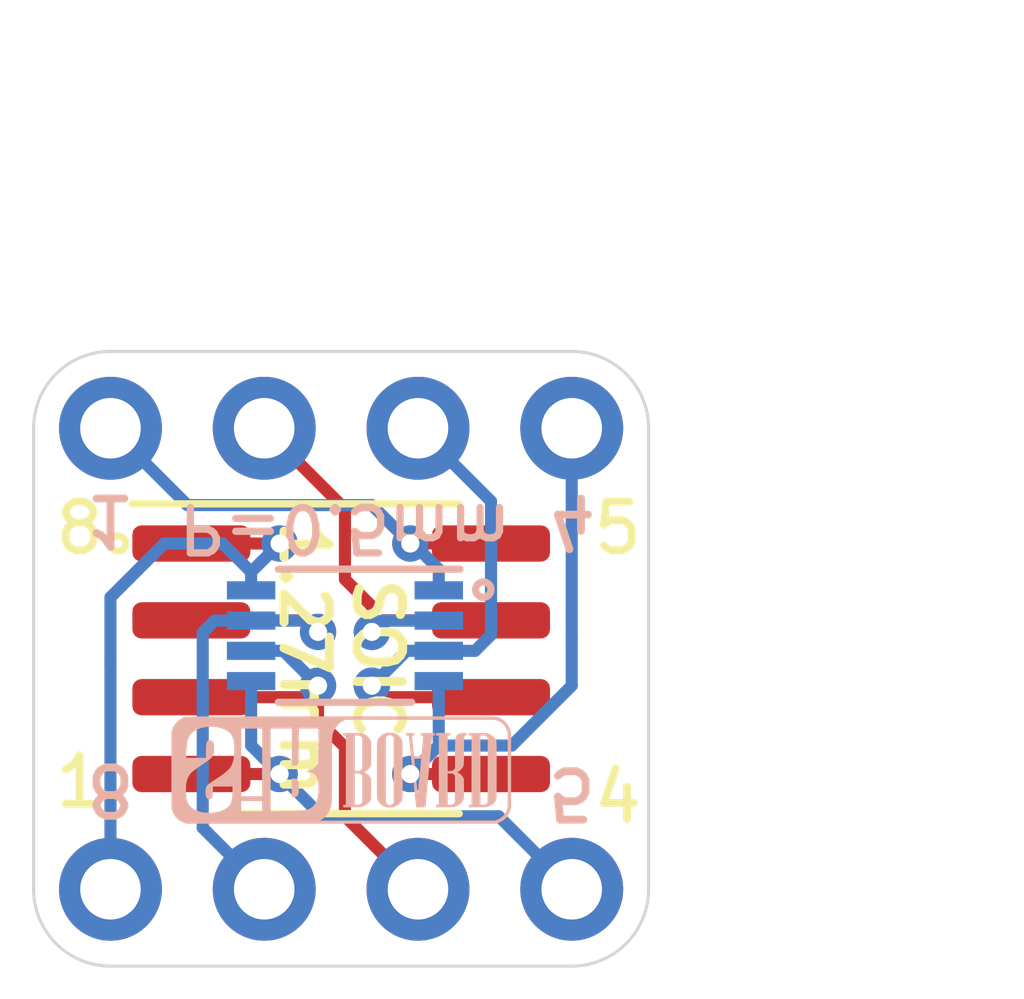
<source format=kicad_pcb>
(kicad_pcb (version 20171130) (host pcbnew "(5.1.2)-2")

  (general
    (thickness 1.6)
    (drawings 24)
    (tracks 71)
    (zones 0)
    (modules 5)
    (nets 9)
  )

  (page User 132.004 102.006)
  (title_block
    (title "SOIC8 To DIP8 Breakout Board")
    (date 2020-02-13)
    (rev 2)
    (company SirBoard)
    (comment 1 "SOIC8 P = 1.27mm")
    (comment 2 "VSSOP8 P = 0.5mm")
    (comment 3 "DIP8 P = 2.54mm")
  )

  (layers
    (0 F.Cu signal)
    (31 B.Cu signal)
    (32 B.Adhes user hide)
    (33 F.Adhes user hide)
    (34 B.Paste user hide)
    (35 F.Paste user hide)
    (36 B.SilkS user)
    (37 F.SilkS user)
    (38 B.Mask user hide)
    (39 F.Mask user hide)
    (40 Dwgs.User user)
    (41 Cmts.User user hide)
    (42 Eco1.User user hide)
    (43 Eco2.User user hide)
    (44 Edge.Cuts user)
    (45 Margin user hide)
    (46 B.CrtYd user hide)
    (47 F.CrtYd user hide)
    (48 B.Fab user hide)
    (49 F.Fab user hide)
  )

  (setup
    (last_trace_width 0.127)
    (user_trace_width 0.15)
    (user_trace_width 0.2)
    (user_trace_width 0.25)
    (user_trace_width 0.3)
    (trace_clearance 0.127)
    (zone_clearance 0.508)
    (zone_45_only no)
    (trace_min 0.127)
    (via_size 0.6)
    (via_drill 0.3)
    (via_min_size 0.4)
    (via_min_drill 0.3)
    (uvia_size 0.4)
    (uvia_drill 0.2)
    (uvias_allowed no)
    (uvia_min_size 0.2)
    (uvia_min_drill 0.1)
    (edge_width 0.05)
    (segment_width 0.2)
    (pcb_text_width 0.3)
    (pcb_text_size 1.5 1.5)
    (mod_edge_width 0.12)
    (mod_text_size 1 1)
    (mod_text_width 0.15)
    (pad_size 1.7 1.7)
    (pad_drill 1)
    (pad_to_mask_clearance 0)
    (solder_mask_min_width 0.1)
    (aux_axis_origin 0 0)
    (visible_elements 7FFFFFFF)
    (pcbplotparams
      (layerselection 0x010f0_ffffffff)
      (usegerberextensions false)
      (usegerberattributes false)
      (usegerberadvancedattributes false)
      (creategerberjobfile false)
      (excludeedgelayer true)
      (linewidth 0.100000)
      (plotframeref false)
      (viasonmask false)
      (mode 1)
      (useauxorigin true)
      (hpglpennumber 1)
      (hpglpenspeed 20)
      (hpglpendiameter 15.000000)
      (psnegative false)
      (psa4output false)
      (plotreference true)
      (plotvalue false)
      (plotinvisibletext false)
      (padsonsilk false)
      (subtractmaskfromsilk false)
      (outputformat 1)
      (mirror false)
      (drillshape 0)
      (scaleselection 1)
      (outputdirectory "../../../Gerbers/SOIC8/"))
  )

  (net 0 "")
  (net 1 "Net-(J1-Pad4)")
  (net 2 "Net-(J1-Pad3)")
  (net 3 "Net-(J1-Pad2)")
  (net 4 "Net-(J1-Pad1)")
  (net 5 "Net-(J2-Pad4)")
  (net 6 "Net-(J2-Pad3)")
  (net 7 "Net-(J2-Pad2)")
  (net 8 "Net-(J2-Pad1)")

  (net_class Default "This is the default net class."
    (clearance 0.127)
    (trace_width 0.127)
    (via_dia 0.6)
    (via_drill 0.3)
    (uvia_dia 0.4)
    (uvia_drill 0.2)
    (diff_pair_width 0.2)
    (diff_pair_gap 0.2)
    (add_net "Net-(J1-Pad1)")
    (add_net "Net-(J1-Pad2)")
    (add_net "Net-(J1-Pad3)")
    (add_net "Net-(J1-Pad4)")
    (add_net "Net-(J2-Pad1)")
    (add_net "Net-(J2-Pad2)")
    (add_net "Net-(J2-Pad3)")
    (add_net "Net-(J2-Pad4)")
  )

  (module Package_SO:VSSOP-8_2.3x2mm_P0.5mm (layer B.Cu) (tedit 5A02F25C) (tstamp 5E451D3D)
    (at 65.0875 32.639 180)
    (descr "VSSOP-8 2.3x2mm Pitch 0.5mm")
    (tags "VSSOP-8 2.3x2mm Pitch 0.5mm")
    (path /5E452362)
    (attr smd)
    (fp_text reference J4 (at 0 0.0635 180) (layer B.SilkS) hide
      (effects (font (size 1 1) (thickness 0.15)) (justify mirror))
    )
    (fp_text value VSSOP8 (at 0 -2.2 180) (layer B.Fab)
      (effects (font (size 1 1) (thickness 0.15)) (justify mirror))
    )
    (fp_text user %R (at 0 0 180) (layer B.Fab)
      (effects (font (size 0.5 0.5) (thickness 0.1)) (justify mirror))
    )
    (fp_line (start 1.15 1) (end 1.15 -1) (layer B.Fab) (width 0.1))
    (fp_line (start 1.15 -1) (end -1.15 -1) (layer B.Fab) (width 0.1))
    (fp_line (start -1.15 -1) (end -1.15 0.45) (layer B.Fab) (width 0.1))
    (fp_line (start -0.6 1) (end 1.15 1) (layer B.Fab) (width 0.1))
    (fp_line (start -0.6 1) (end -1.15 0.45) (layer B.Fab) (width 0.1))
    (fp_line (start 1.1 1.1) (end -1.9 1.1) (layer B.SilkS) (width 0.12))
    (fp_line (start 1.1 -1.1) (end -1.1 -1.1) (layer B.SilkS) (width 0.12))
    (fp_line (start 2.25 1.25) (end 2.25 -1.25) (layer B.CrtYd) (width 0.05))
    (fp_line (start 2.25 -1.25) (end -2.25 -1.25) (layer B.CrtYd) (width 0.05))
    (fp_line (start -2.25 -1.25) (end -2.25 1.25) (layer B.CrtYd) (width 0.05))
    (fp_line (start -2.25 1.25) (end 2.25 1.25) (layer B.CrtYd) (width 0.05))
    (pad 8 smd rect (at 1.55 0.75 270) (size 0.3 0.8) (layers B.Cu B.Paste B.Mask)
      (net 8 "Net-(J2-Pad1)"))
    (pad 7 smd rect (at 1.55 0.25 270) (size 0.3 0.8) (layers B.Cu B.Paste B.Mask)
      (net 7 "Net-(J2-Pad2)"))
    (pad 6 smd rect (at 1.55 -0.25 270) (size 0.3 0.8) (layers B.Cu B.Paste B.Mask)
      (net 6 "Net-(J2-Pad3)"))
    (pad 5 smd rect (at 1.55 -0.75 270) (size 0.3 0.8) (layers B.Cu B.Paste B.Mask)
      (net 5 "Net-(J2-Pad4)"))
    (pad 4 smd rect (at -1.55 -0.75 270) (size 0.3 0.8) (layers B.Cu B.Paste B.Mask)
      (net 1 "Net-(J1-Pad4)"))
    (pad 3 smd rect (at -1.55 -0.25 270) (size 0.3 0.8) (layers B.Cu B.Paste B.Mask)
      (net 2 "Net-(J1-Pad3)"))
    (pad 2 smd rect (at -1.55 0.25 270) (size 0.3 0.8) (layers B.Cu B.Paste B.Mask)
      (net 3 "Net-(J1-Pad2)"))
    (pad 1 smd rect (at -1.55 0.75 270) (size 0.3 0.8) (layers B.Cu B.Paste B.Mask)
      (net 4 "Net-(J1-Pad1)"))
    (model ${KISYS3DMOD}/Package_SO.3dshapes/VSSOP-8_2.3x2mm_P0.5mm.wrl
      (at (xyz 0 0 0))
      (scale (xyz 1 1 1))
      (rotate (xyz 0 0 0))
    )
  )

  (module Package_SO:SOIC-8_3.9x4.9mm_P1.27mm (layer F.Cu) (tedit 5C97300E) (tstamp 5E451D25)
    (at 65.0255 33.02)
    (descr "SOIC, 8 Pin (JEDEC MS-012AA, https://www.analog.com/media/en/package-pcb-resources/package/pkg_pdf/soic_narrow-r/r_8.pdf), generated with kicad-footprint-generator ipc_gullwing_generator.py")
    (tags "SOIC SO")
    (path /5E452B4C)
    (attr smd)
    (fp_text reference J3 (at 0 0) (layer F.SilkS) hide
      (effects (font (size 1 1) (thickness 0.15)))
    )
    (fp_text value SOIC8 (at 0 3.4) (layer F.Fab)
      (effects (font (size 1 1) (thickness 0.15)))
    )
    (fp_text user %R (at 0 0) (layer F.Fab)
      (effects (font (size 0.98 0.98) (thickness 0.15)))
    )
    (fp_line (start 3.7 -2.7) (end -3.7 -2.7) (layer F.CrtYd) (width 0.05))
    (fp_line (start 3.7 2.7) (end 3.7 -2.7) (layer F.CrtYd) (width 0.05))
    (fp_line (start -3.7 2.7) (end 3.7 2.7) (layer F.CrtYd) (width 0.05))
    (fp_line (start -3.7 -2.7) (end -3.7 2.7) (layer F.CrtYd) (width 0.05))
    (fp_line (start -1.95 -1.475) (end -0.975 -2.45) (layer F.Fab) (width 0.1))
    (fp_line (start -1.95 2.45) (end -1.95 -1.475) (layer F.Fab) (width 0.1))
    (fp_line (start 1.95 2.45) (end -1.95 2.45) (layer F.Fab) (width 0.1))
    (fp_line (start 1.95 -2.45) (end 1.95 2.45) (layer F.Fab) (width 0.1))
    (fp_line (start -0.975 -2.45) (end 1.95 -2.45) (layer F.Fab) (width 0.1))
    (fp_line (start 0 -2.56) (end -3.45 -2.56) (layer F.SilkS) (width 0.12))
    (fp_line (start 0 -2.56) (end 1.95 -2.56) (layer F.SilkS) (width 0.12))
    (fp_line (start 0 2.56) (end -1.95 2.56) (layer F.SilkS) (width 0.12))
    (fp_line (start 0 2.56) (end 1.95 2.56) (layer F.SilkS) (width 0.12))
    (pad 8 smd roundrect (at 2.475 -1.905) (size 1.95 0.6) (layers F.Cu F.Paste F.Mask) (roundrect_rratio 0.25)
      (net 4 "Net-(J1-Pad1)"))
    (pad 7 smd roundrect (at 2.475 -0.635) (size 1.95 0.6) (layers F.Cu F.Paste F.Mask) (roundrect_rratio 0.25)
      (net 3 "Net-(J1-Pad2)"))
    (pad 6 smd roundrect (at 2.475 0.635) (size 1.95 0.6) (layers F.Cu F.Paste F.Mask) (roundrect_rratio 0.25)
      (net 2 "Net-(J1-Pad3)"))
    (pad 5 smd roundrect (at 2.475 1.905) (size 1.95 0.6) (layers F.Cu F.Paste F.Mask) (roundrect_rratio 0.25)
      (net 1 "Net-(J1-Pad4)"))
    (pad 4 smd roundrect (at -2.475 1.905) (size 1.95 0.6) (layers F.Cu F.Paste F.Mask) (roundrect_rratio 0.25)
      (net 5 "Net-(J2-Pad4)"))
    (pad 3 smd roundrect (at -2.475 0.635) (size 1.95 0.6) (layers F.Cu F.Paste F.Mask) (roundrect_rratio 0.25)
      (net 6 "Net-(J2-Pad3)"))
    (pad 2 smd roundrect (at -2.475 -0.635) (size 1.95 0.6) (layers F.Cu F.Paste F.Mask) (roundrect_rratio 0.25)
      (net 7 "Net-(J2-Pad2)"))
    (pad 1 smd roundrect (at -2.475 -1.905) (size 1.95 0.6) (layers F.Cu F.Paste F.Mask) (roundrect_rratio 0.25)
      (net 8 "Net-(J2-Pad1)"))
    (model ${KISYS3DMOD}/Package_SO.3dshapes/SOIC-8_3.9x4.9mm_P1.27mm.wrl
      (at (xyz 0 0 0))
      (scale (xyz 1 1 1))
      (rotate (xyz 0 0 0))
    )
  )

  (module logo:SirBoard56x18 (layer B.Cu) (tedit 0) (tstamp 5D267E8A)
    (at 65.024 34.8615)
    (fp_text reference G*** (at 0 0) (layer B.SilkS) hide
      (effects (font (size 1.524 1.524) (thickness 0.3)) (justify mirror))
    )
    (fp_text value LOGO (at 0.75 0) (layer B.SilkS) hide
      (effects (font (size 1.524 1.524) (thickness 0.3)) (justify mirror))
    )
    (fp_poly (pts (xy -0.762781 0.440148) (xy -0.740795 0.432568) (xy -0.723992 0.419992) (xy -0.712448 0.402466)
      (xy -0.709179 0.393616) (xy -0.707478 0.384069) (xy -0.706085 0.368637) (xy -0.70501 0.348686)
      (xy -0.704265 0.325582) (xy -0.703859 0.300691) (xy -0.703805 0.275378) (xy -0.704111 0.251011)
      (xy -0.704791 0.228954) (xy -0.705854 0.210574) (xy -0.707311 0.197237) (xy -0.707606 0.195531)
      (xy -0.713474 0.175894) (xy -0.723189 0.161239) (xy -0.737456 0.151053) (xy -0.756976 0.144825)
      (xy -0.78105 0.142108) (xy -0.809171 0.140746) (xy -0.809171 0.442685) (xy -0.789873 0.442685)
      (xy -0.762781 0.440148)) (layer B.SilkS) (width 0.01))
    (fp_poly (pts (xy 2.256065 0.608596) (xy 2.293584 0.608064) (xy 2.324582 0.607502) (xy 2.349794 0.606876)
      (xy 2.369954 0.60615) (xy 2.385799 0.60529) (xy 2.398062 0.60426) (xy 2.40748 0.603025)
      (xy 2.414789 0.60155) (xy 2.41727 0.600889) (xy 2.453722 0.587372) (xy 2.486306 0.569046)
      (xy 2.514333 0.546509) (xy 2.537113 0.520361) (xy 2.553957 0.491201) (xy 2.559362 0.477418)
      (xy 2.560249 0.47434) (xy 2.561045 0.470385) (xy 2.561756 0.465169) (xy 2.562385 0.45831)
      (xy 2.562939 0.449426) (xy 2.563421 0.438136) (xy 2.563837 0.424056) (xy 2.564191 0.406805)
      (xy 2.564488 0.386001) (xy 2.564734 0.361261) (xy 2.564932 0.332204) (xy 2.565087 0.298446)
      (xy 2.565205 0.259607) (xy 2.56529 0.215304) (xy 2.565348 0.165155) (xy 2.565382 0.108777)
      (xy 2.565398 0.045789) (xy 2.5654 -0.001893) (xy 2.565397 -0.069289) (xy 2.565385 -0.129817)
      (xy 2.565358 -0.183864) (xy 2.565311 -0.231818) (xy 2.565237 -0.274068) (xy 2.565131 -0.311003)
      (xy 2.564987 -0.34301) (xy 2.5648 -0.370478) (xy 2.564564 -0.393794) (xy 2.564273 -0.413348)
      (xy 2.563922 -0.429528) (xy 2.563505 -0.442721) (xy 2.563016 -0.453316) (xy 2.56245 -0.461702)
      (xy 2.561801 -0.468266) (xy 2.561063 -0.473397) (xy 2.560231 -0.477483) (xy 2.559298 -0.480913)
      (xy 2.55836 -0.483785) (xy 2.544794 -0.512499) (xy 2.525053 -0.539029) (xy 2.500089 -0.562563)
      (xy 2.470853 -0.582292) (xy 2.438297 -0.597403) (xy 2.417456 -0.603943) (xy 2.410499 -0.605446)
      (xy 2.401875 -0.606668) (xy 2.390831 -0.607637) (xy 2.376619 -0.608378) (xy 2.358487 -0.608918)
      (xy 2.335684 -0.609283) (xy 2.307461 -0.609499) (xy 2.273067 -0.609592) (xy 2.255541 -0.6096)
      (xy 2.115457 -0.6096) (xy 2.115457 -0.577535) (xy 2.296886 -0.577535) (xy 2.341919 -0.576332)
      (xy 2.360785 -0.575758) (xy 2.373959 -0.575009) (xy 2.383004 -0.573758) (xy 2.389484 -0.57168)
      (xy 2.394962 -0.568452) (xy 2.400502 -0.564152) (xy 2.41048 -0.55449) (xy 2.418945 -0.543687)
      (xy 2.420816 -0.540567) (xy 2.421741 -0.538646) (xy 2.422576 -0.536266) (xy 2.423326 -0.533072)
      (xy 2.423994 -0.52871) (xy 2.424584 -0.522825) (xy 2.4251 -0.515061) (xy 2.425545 -0.505065)
      (xy 2.425924 -0.492481) (xy 2.42624 -0.476956) (xy 2.426497 -0.458133) (xy 2.426699 -0.435658)
      (xy 2.426849 -0.409177) (xy 2.426952 -0.378335) (xy 2.427012 -0.342777) (xy 2.427031 -0.302148)
      (xy 2.427014 -0.256094) (xy 2.426965 -0.20426) (xy 2.426888 -0.146291) (xy 2.426786 -0.081832)
      (xy 2.426663 -0.010529) (xy 2.426641 0.001814) (xy 2.4257 0.531585) (xy 2.41543 0.54501)
      (xy 2.403557 0.557416) (xy 2.389019 0.5663) (xy 2.370552 0.572149) (xy 2.346892 0.57545)
      (xy 2.334368 0.576227) (xy 2.296886 0.577894) (xy 2.296886 -0.577535) (xy 2.115457 -0.577535)
      (xy 2.115457 -0.576943) (xy 2.159 -0.576943) (xy 2.159 0.576942) (xy 2.115457 0.576942)
      (xy 2.115457 0.610413) (xy 2.256065 0.608596)) (layer B.SilkS) (width 0.01))
    (fp_poly (pts (xy 1.715407 0.608596) (xy 1.752927 0.608064) (xy 1.783925 0.607502) (xy 1.809137 0.606876)
      (xy 1.829297 0.60615) (xy 1.845141 0.60529) (xy 1.857405 0.60426) (xy 1.866823 0.603025)
      (xy 1.874132 0.60155) (xy 1.876613 0.600889) (xy 1.913118 0.587358) (xy 1.945711 0.569029)
      (xy 1.973717 0.546491) (xy 1.996462 0.520333) (xy 2.013271 0.491145) (xy 2.018918 0.476581)
      (xy 2.020435 0.471365) (xy 2.021671 0.465303) (xy 2.022649 0.45768) (xy 2.023389 0.44778)
      (xy 2.023912 0.434886) (xy 2.024238 0.418282) (xy 2.02439 0.397253) (xy 2.024387 0.371082)
      (xy 2.024252 0.339053) (xy 2.024018 0.302409) (xy 2.022929 0.146957) (xy 2.01116 0.122902)
      (xy 1.996872 0.100191) (xy 1.97737 0.078389) (xy 1.954626 0.05941) (xy 1.931185 0.045432)
      (xy 1.919935 0.039755) (xy 1.911852 0.035039) (xy 1.908633 0.032276) (xy 1.908629 0.032229)
      (xy 1.911667 0.029445) (xy 1.919024 0.026116) (xy 1.919472 0.025958) (xy 1.937002 0.017564)
      (xy 1.956208 0.004659) (xy 1.97499 -0.011069) (xy 1.991251 -0.027932) (xy 1.999068 -0.0381)
      (xy 2.003728 -0.044846) (xy 2.007737 -0.050824) (xy 2.01115 -0.05661) (xy 2.014018 -0.06278)
      (xy 2.016395 -0.069909) (xy 2.018333 -0.078573) (xy 2.019885 -0.089347) (xy 2.021105 -0.102808)
      (xy 2.022044 -0.11953) (xy 2.022757 -0.14009) (xy 2.023296 -0.165062) (xy 2.023713 -0.195024)
      (xy 2.024062 -0.230549) (xy 2.024396 -0.272215) (xy 2.024743 -0.3175) (xy 2.025121 -0.365339)
      (xy 2.025477 -0.406459) (xy 2.02585 -0.441399) (xy 2.026276 -0.470695) (xy 2.026793 -0.494887)
      (xy 2.027439 -0.514512) (xy 2.028251 -0.530108) (xy 2.029268 -0.542214) (xy 2.030527 -0.551367)
      (xy 2.032065 -0.558105) (xy 2.03392 -0.562967) (xy 2.036131 -0.56649) (xy 2.038733 -0.569213)
      (xy 2.041766 -0.571673) (xy 2.042571 -0.572292) (xy 2.050511 -0.575706) (xy 2.058307 -0.576828)
      (xy 2.064407 -0.57745) (xy 2.067326 -0.580436) (xy 2.068228 -0.58774) (xy 2.068286 -0.593612)
      (xy 2.068286 -0.610281) (xy 2.016579 -0.60879) (xy 1.994728 -0.607996) (xy 1.978617 -0.606931)
      (xy 1.966728 -0.60539) (xy 1.957542 -0.60317) (xy 1.949543 -0.600063) (xy 1.948543 -0.599599)
      (xy 1.927778 -0.586516) (xy 1.911716 -0.568847) (xy 1.900079 -0.546123) (xy 1.892591 -0.517877)
      (xy 1.890311 -0.501493) (xy 1.889705 -0.492105) (xy 1.889132 -0.476214) (xy 1.888604 -0.454574)
      (xy 1.888129 -0.427938) (xy 1.887718 -0.397061) (xy 1.887381 -0.362696) (xy 1.88713 -0.325597)
      (xy 1.886973 -0.286519) (xy 1.886922 -0.251989) (xy 1.886857 -0.034078) (xy 1.876383 -0.017562)
      (xy 1.865957 -0.004319) (xy 1.853173 0.0053) (xy 1.836797 0.011817) (xy 1.815596 0.015755)
      (xy 1.793711 0.017427) (xy 1.756229 0.019094) (xy 1.756229 -0.576943) (xy 1.799772 -0.576943)
      (xy 1.799772 -0.6096) (xy 1.5748 -0.6096) (xy 1.5748 -0.576943) (xy 1.618343 -0.576943)
      (xy 1.618343 0.050208) (xy 1.756229 0.050208) (xy 1.801262 0.051411) (xy 1.820128 0.051985)
      (xy 1.833302 0.052734) (xy 1.842347 0.053985) (xy 1.848827 0.056063) (xy 1.854305 0.059291)
      (xy 1.859845 0.063591) (xy 1.865338 0.06795) (xy 1.870038 0.071835) (xy 1.874005 0.075815)
      (xy 1.877296 0.08046) (xy 1.879973 0.086342) (xy 1.882093 0.09403) (xy 1.883716 0.104095)
      (xy 1.884901 0.117107) (xy 1.885708 0.133637) (xy 1.886195 0.154255) (xy 1.886422 0.179531)
      (xy 1.886448 0.210037) (xy 1.886332 0.246342) (xy 1.886134 0.289017) (xy 1.88601 0.315685)
      (xy 1.885043 0.531585) (xy 1.874773 0.54501) (xy 1.8629 0.557416) (xy 1.848362 0.5663)
      (xy 1.829895 0.572149) (xy 1.806235 0.57545) (xy 1.793711 0.576227) (xy 1.756229 0.577894)
      (xy 1.756229 0.050208) (xy 1.618343 0.050208) (xy 1.618343 0.576942) (xy 1.5748 0.576942)
      (xy 1.5748 0.610413) (xy 1.715407 0.608596)) (layer B.SilkS) (width 0.01))
    (fp_poly (pts (xy 1.288971 0.60996) (xy 1.308227 0.609759) (xy 1.328068 0.609399) (xy 1.34717 0.608902)
      (xy 1.36421 0.608293) (xy 1.377864 0.607596) (xy 1.38681 0.606833) (xy 1.389743 0.60609)
      (xy 1.390081 0.601911) (xy 1.391063 0.590976) (xy 1.392647 0.573753) (xy 1.394787 0.55071)
      (xy 1.39744 0.522313) (xy 1.40056 0.489033) (xy 1.404103 0.451336) (xy 1.408025 0.40969)
      (xy 1.412282 0.364564) (xy 1.416828 0.316425) (xy 1.42162 0.265741) (xy 1.426613 0.21298)
      (xy 1.431763 0.158611) (xy 1.437025 0.103101) (xy 1.442355 0.046917) (xy 1.447708 -0.009471)
      (xy 1.453041 -0.065596) (xy 1.458308 -0.12099) (xy 1.463465 -0.175185) (xy 1.468468 -0.227713)
      (xy 1.473272 -0.278107) (xy 1.477833 -0.325897) (xy 1.482106 -0.370617) (xy 1.486048 -0.411799)
      (xy 1.489613 -0.448973) (xy 1.492758 -0.481673) (xy 1.495437 -0.50943) (xy 1.497606 -0.531777)
      (xy 1.499222 -0.548246) (xy 1.500239 -0.558367) (xy 1.500584 -0.561522) (xy 1.502673 -0.576943)
      (xy 1.542143 -0.576943) (xy 1.542143 -0.6096) (xy 1.317172 -0.6096) (xy 1.317172 -0.576943)
      (xy 1.338943 -0.576943) (xy 1.350995 -0.576793) (xy 1.357499 -0.575788) (xy 1.360168 -0.5731)
      (xy 1.360711 -0.5679) (xy 1.360715 -0.566389) (xy 1.36039 -0.560629) (xy 1.359462 -0.548439)
      (xy 1.358 -0.530617) (xy 1.356071 -0.507958) (xy 1.353744 -0.481259) (xy 1.351087 -0.451317)
      (xy 1.348169 -0.418929) (xy 1.3462 -0.397329) (xy 1.343159 -0.363958) (xy 1.340333 -0.332664)
      (xy 1.337792 -0.304219) (xy 1.335603 -0.279398) (xy 1.333834 -0.258973) (xy 1.332553 -0.243719)
      (xy 1.331827 -0.234408) (xy 1.331686 -0.231898) (xy 1.331307 -0.229433) (xy 1.329516 -0.227634)
      (xy 1.325329 -0.226396) (xy 1.317765 -0.225615) (xy 1.30584 -0.225187) (xy 1.288573 -0.225007)
      (xy 1.266372 -0.224972) (xy 1.245507 -0.22509) (xy 1.2274 -0.225418) (xy 1.213196 -0.225918)
      (xy 1.204039 -0.226548) (xy 1.201057 -0.227218) (xy 1.20071 -0.23118) (xy 1.199717 -0.241635)
      (xy 1.198149 -0.257855) (xy 1.196076 -0.279111) (xy 1.193571 -0.304674) (xy 1.190705 -0.333816)
      (xy 1.187548 -0.365808) (xy 1.184729 -0.394298) (xy 1.181369 -0.428409) (xy 1.178242 -0.460523)
      (xy 1.17542 -0.489872) (xy 1.172975 -0.515688) (xy 1.17098 -0.537203) (xy 1.169507 -0.55365)
      (xy 1.168628 -0.564261) (xy 1.1684 -0.568038) (xy 1.168941 -0.57314) (xy 1.171745 -0.575797)
      (xy 1.178587 -0.5768) (xy 1.188357 -0.576943) (xy 1.208315 -0.576943) (xy 1.208315 -0.6096)
      (xy 1.077686 -0.6096) (xy 1.077686 -0.57729) (xy 1.100232 -0.576209) (xy 1.122777 -0.575129)
      (xy 1.16226 -0.189593) (xy 1.204584 -0.189593) (xy 1.20517 -0.191909) (xy 1.207509 -0.193585)
      (xy 1.212597 -0.194723) (xy 1.221434 -0.195426) (xy 1.235018 -0.195794) (xy 1.254346 -0.195931)
      (xy 1.266871 -0.195943) (xy 1.329057 -0.195943) (xy 1.326951 -0.176893) (xy 1.32619 -0.169247)
      (xy 1.324883 -0.155232) (xy 1.323106 -0.135709) (xy 1.320937 -0.111541) (xy 1.318452 -0.083588)
      (xy 1.315728 -0.052713) (xy 1.312844 -0.019776) (xy 1.311279 -0.001815) (xy 1.308371 0.031072)
      (xy 1.30557 0.061683) (xy 1.302951 0.08927) (xy 1.30059 0.113085) (xy 1.298561 0.132379)
      (xy 1.296942 0.146405) (xy 1.295806 0.154412) (xy 1.295376 0.156028) (xy 1.29456 0.159925)
      (xy 1.293224 0.170269) (xy 1.291447 0.186276) (xy 1.28931 0.207162) (xy 1.286891 0.232142)
      (xy 1.284271 0.260431) (xy 1.281528 0.291245) (xy 1.280746 0.300264) (xy 1.277994 0.331559)
      (xy 1.275354 0.360476) (xy 1.272904 0.386243) (xy 1.270721 0.408088) (xy 1.268883 0.42524)
      (xy 1.267468 0.436928) (xy 1.266553 0.442381) (xy 1.266392 0.442685) (xy 1.265818 0.439178)
      (xy 1.264621 0.429076) (xy 1.262863 0.413011) (xy 1.260604 0.391612) (xy 1.257907 0.36551)
      (xy 1.254833 0.335335) (xy 1.251444 0.301718) (xy 1.247802 0.265289) (xy 1.243967 0.226678)
      (xy 1.240003 0.186517) (xy 1.235969 0.145435) (xy 1.231929 0.104062) (xy 1.227943 0.06303)
      (xy 1.224074 0.022969) (xy 1.220382 -0.015492) (xy 1.21693 -0.05172) (xy 1.213779 -0.085088)
      (xy 1.210991 -0.114962) (xy 1.208627 -0.140714) (xy 1.206749 -0.161713) (xy 1.205419 -0.177329)
      (xy 1.204698 -0.18693) (xy 1.204584 -0.189593) (xy 1.16226 -0.189593) (xy 1.183349 0.016328)
      (xy 1.189983 0.081096) (xy 1.196418 0.143892) (xy 1.202616 0.204338) (xy 1.208536 0.262055)
      (xy 1.214141 0.316665) (xy 1.219391 0.367789) (xy 1.224247 0.41505) (xy 1.228671 0.458069)
      (xy 1.232623 0.496467) (xy 1.236065 0.529867) (xy 1.238958 0.557889) (xy 1.241263 0.580157)
      (xy 1.24294 0.596291) (xy 1.243952 0.605913) (xy 1.24426 0.608692) (xy 1.247944 0.609367)
      (xy 1.257506 0.609788) (xy 1.271623 0.609977) (xy 1.288971 0.60996)) (layer B.SilkS) (width 0.01))
    (fp_poly (pts (xy 0.180522 0.608596) (xy 0.216925 0.608109) (xy 0.246878 0.607621) (xy 0.271186 0.607088)
      (xy 0.290654 0.606467) (xy 0.306091 0.605715) (xy 0.3183 0.604788) (xy 0.32809 0.603643)
      (xy 0.336264 0.602237) (xy 0.343631 0.600526) (xy 0.346895 0.599645) (xy 0.382976 0.586339)
      (xy 0.415408 0.56784) (xy 0.44336 0.544789) (xy 0.466005 0.517828) (xy 0.47744 0.4986)
      (xy 0.491672 0.470557) (xy 0.491672 0.146957) (xy 0.479903 0.122902) (xy 0.465615 0.100191)
      (xy 0.446113 0.078389) (xy 0.423369 0.05941) (xy 0.399927 0.045432) (xy 0.388693 0.039835)
      (xy 0.380623 0.035316) (xy 0.377406 0.032822) (xy 0.377402 0.032781) (xy 0.380385 0.030282)
      (xy 0.388241 0.025449) (xy 0.399382 0.019249) (xy 0.401461 0.018142) (xy 0.428794 0.000492)
      (xy 0.45272 -0.021296) (xy 0.471745 -0.045725) (xy 0.479887 -0.060388) (xy 0.491672 -0.085272)
      (xy 0.492704 -0.273551) (xy 0.492916 -0.315987) (xy 0.493039 -0.3518) (xy 0.493058 -0.381625)
      (xy 0.492956 -0.406096) (xy 0.492719 -0.425847) (xy 0.492332 -0.441512) (xy 0.491778 -0.453725)
      (xy 0.491044 -0.463121) (xy 0.490113 -0.470334) (xy 0.488971 -0.475998) (xy 0.487722 -0.48038)
      (xy 0.474444 -0.509922) (xy 0.454955 -0.537081) (xy 0.430111 -0.561116) (xy 0.40077 -0.581285)
      (xy 0.367788 -0.596844) (xy 0.344767 -0.604144) (xy 0.337865 -0.605596) (xy 0.328981 -0.606779)
      (xy 0.31739 -0.607718) (xy 0.302368 -0.608436) (xy 0.283194 -0.60896) (xy 0.259142 -0.609311)
      (xy 0.22949 -0.609515) (xy 0.193515 -0.609596) (xy 0.181812 -0.6096) (xy 0.039915 -0.6096)
      (xy 0.039915 -0.576943) (xy 0.083457 -0.576943) (xy 0.221343 -0.576943) (xy 0.261926 -0.576943)
      (xy 0.28128 -0.576704) (xy 0.295223 -0.575825) (xy 0.305591 -0.57406) (xy 0.31422 -0.571167)
      (xy 0.317878 -0.569503) (xy 0.330089 -0.561627) (xy 0.341283 -0.551328) (xy 0.343516 -0.548639)
      (xy 0.353786 -0.535215) (xy 0.353786 -0.030313) (xy 0.344047 -0.015596) (xy 0.333604 -0.003075)
      (xy 0.320517 0.006051) (xy 0.303616 0.012245) (xy 0.281727 0.015972) (xy 0.260553 0.017459)
      (xy 0.221343 0.019075) (xy 0.221343 -0.576943) (xy 0.083457 -0.576943) (xy 0.083457 0.0508)
      (xy 0.221343 0.0508) (xy 0.261926 0.0508) (xy 0.28128 0.051039) (xy 0.295223 0.051918)
      (xy 0.305591 0.053682) (xy 0.31422 0.056576) (xy 0.317878 0.058239) (xy 0.330089 0.066116)
      (xy 0.341283 0.076415) (xy 0.343516 0.079104) (xy 0.353786 0.092528) (xy 0.353786 0.528487)
      (xy 0.344047 0.543204) (xy 0.333604 0.555725) (xy 0.320517 0.564851) (xy 0.303616 0.571045)
      (xy 0.281727 0.574772) (xy 0.260553 0.576259) (xy 0.221343 0.577875) (xy 0.221343 0.0508)
      (xy 0.083457 0.0508) (xy 0.083457 0.576942) (xy 0.039915 0.576942) (xy 0.039915 0.610362)
      (xy 0.180522 0.608596)) (layer B.SilkS) (width 0.01))
    (fp_poly (pts (xy 0.827375 0.612687) (xy 0.854588 0.609378) (xy 0.867972 0.606277) (xy 0.902436 0.59337)
      (xy 0.933752 0.575602) (xy 0.96103 0.553745) (xy 0.983381 0.528566) (xy 0.999915 0.500837)
      (xy 1.005331 0.487413) (xy 1.006352 0.484268) (xy 1.007269 0.480819) (xy 1.008087 0.476683)
      (xy 1.008814 0.471474) (xy 1.009453 0.464806) (xy 1.010011 0.456296) (xy 1.010493 0.445558)
      (xy 1.010904 0.432208) (xy 1.011251 0.41586) (xy 1.011539 0.396129) (xy 1.011772 0.37263)
      (xy 1.011958 0.344979) (xy 1.012101 0.312791) (xy 1.012206 0.27568) (xy 1.01228 0.233262)
      (xy 1.012328 0.185151) (xy 1.012356 0.130963) (xy 1.012369 0.070313) (xy 1.012372 0.002816)
      (xy 1.012372 -0.001815) (xy 1.012369 -0.06977) (xy 1.012357 -0.130853) (xy 1.012331 -0.185449)
      (xy 1.012284 -0.233943) (xy 1.012212 -0.276719) (xy 1.012109 -0.314163) (xy 1.011968 -0.34666)
      (xy 1.011786 -0.374594) (xy 1.011555 -0.39835) (xy 1.011272 -0.418314) (xy 1.010929 -0.43487)
      (xy 1.010522 -0.448404) (xy 1.010044 -0.4593) (xy 1.009492 -0.467943) (xy 1.008858 -0.474718)
      (xy 1.008137 -0.48001) (xy 1.007325 -0.484205) (xy 1.006414 -0.487686) (xy 1.005401 -0.49084)
      (xy 1.005331 -0.491042) (xy 0.991765 -0.519756) (xy 0.972024 -0.546286) (xy 0.94706 -0.569821)
      (xy 0.917824 -0.589549) (xy 0.885268 -0.60466) (xy 0.864428 -0.6112) (xy 0.844831 -0.614659)
      (xy 0.821041 -0.616421) (xy 0.795591 -0.616514) (xy 0.771012 -0.614967) (xy 0.749838 -0.611808)
      (xy 0.742043 -0.609851) (xy 0.706769 -0.596678) (xy 0.676462 -0.579349) (xy 0.649589 -0.556935)
      (xy 0.642142 -0.549267) (xy 0.626125 -0.530339) (xy 0.614532 -0.512063) (xy 0.605527 -0.491426)
      (xy 0.603697 -0.486229) (xy 0.602707 -0.483088) (xy 0.601817 -0.47953) (xy 0.601023 -0.47517)
      (xy 0.60032 -0.469621) (xy 0.599701 -0.462496) (xy 0.599161 -0.453411) (xy 0.598696 -0.441978)
      (xy 0.598299 -0.427811) (xy 0.597965 -0.410525) (xy 0.597688 -0.389732) (xy 0.597464 -0.365048)
      (xy 0.597287 -0.336085) (xy 0.597151 -0.302458) (xy 0.597051 -0.26378) (xy 0.596981 -0.219665)
      (xy 0.596937 -0.169727) (xy 0.596927 -0.146126) (xy 0.733633 -0.146126) (xy 0.733638 -0.214289)
      (xy 0.733707 -0.275967) (xy 0.73384 -0.331072) (xy 0.734037 -0.37952) (xy 0.734297 -0.421225)
      (xy 0.734619 -0.4561) (xy 0.735004 -0.48406) (xy 0.73545 -0.505019) (xy 0.735958 -0.518891)
      (xy 0.736514 -0.525525) (xy 0.740329 -0.539272) (xy 0.745927 -0.552027) (xy 0.749107 -0.557056)
      (xy 0.764273 -0.571323) (xy 0.782973 -0.580292) (xy 0.80353 -0.583717) (xy 0.824268 -0.581352)
      (xy 0.843513 -0.57295) (xy 0.846008 -0.571267) (xy 0.85653 -0.562178) (xy 0.865368 -0.551806)
      (xy 0.867761 -0.547971) (xy 0.868679 -0.546031) (xy 0.86951 -0.543598) (xy 0.870258 -0.540319)
      (xy 0.870927 -0.535839) (xy 0.871522 -0.529805) (xy 0.872046 -0.521862) (xy 0.872505 -0.511656)
      (xy 0.872903 -0.498833) (xy 0.873244 -0.483039) (xy 0.873532 -0.463921) (xy 0.873772 -0.441123)
      (xy 0.873968 -0.414293) (xy 0.874125 -0.383075) (xy 0.874246 -0.347117) (xy 0.874337 -0.306063)
      (xy 0.874402 -0.259559) (xy 0.874445 -0.207253) (xy 0.87447 -0.148789) (xy 0.874483 -0.083814)
      (xy 0.874486 -0.011973) (xy 0.874486 0.52748) (xy 0.866789 0.543379) (xy 0.85512 0.560629)
      (xy 0.839449 0.572048) (xy 0.819384 0.577863) (xy 0.805543 0.578757) (xy 0.78305 0.576235)
      (xy 0.765167 0.568373) (xy 0.751151 0.554729) (xy 0.74339 0.541803) (xy 0.734786 0.524328)
      (xy 0.733818 0.009314) (xy 0.733693 -0.071563) (xy 0.733633 -0.146126) (xy 0.596927 -0.146126)
      (xy 0.596912 -0.11358) (xy 0.596902 -0.050838) (xy 0.5969 -0.001815) (xy 0.596903 0.065846)
      (xy 0.596916 0.126635) (xy 0.596945 0.18094) (xy 0.596994 0.229147) (xy 0.59707 0.271641)
      (xy 0.597178 0.308811) (xy 0.597323 0.341041) (xy 0.597511 0.368718) (xy 0.597748 0.392228)
      (xy 0.598038 0.411959) (xy 0.598388 0.428295) (xy 0.598803 0.441624) (xy 0.599288 0.452331)
      (xy 0.599849 0.460803) (xy 0.600491 0.467427) (xy 0.60122 0.472588) (xy 0.602042 0.476673)
      (xy 0.602961 0.480069) (xy 0.603788 0.4826) (xy 0.618316 0.51382) (xy 0.638963 0.542023)
      (xy 0.664983 0.566552) (xy 0.695634 0.58675) (xy 0.73017 0.601962) (xy 0.743883 0.606222)
      (xy 0.769154 0.611108) (xy 0.797941 0.613263) (xy 0.827375 0.612687)) (layer B.SilkS) (width 0.01))
    (fp_poly (pts (xy 2.588986 0.87002) (xy 2.633628 0.851089) (xy 2.674079 0.826371) (xy 2.709987 0.796238)
      (xy 2.741 0.76106) (xy 2.766767 0.721209) (xy 2.786936 0.677056) (xy 2.795123 0.652424)
      (xy 2.802876 0.625928) (xy 2.803981 0.014514) (xy 2.804123 -0.074858) (xy 2.804211 -0.157077)
      (xy 2.804246 -0.232245) (xy 2.804226 -0.300467) (xy 2.804153 -0.361846) (xy 2.804024 -0.416485)
      (xy 2.80384 -0.464488) (xy 2.8036 -0.505958) (xy 2.803303 -0.540998) (xy 2.80295 -0.569713)
      (xy 2.80254 -0.592205) (xy 2.802071 -0.608578) (xy 2.801545 -0.618935) (xy 2.801202 -0.6223)
      (xy 2.790684 -0.667366) (xy 2.773377 -0.710213) (xy 2.749552 -0.750297) (xy 2.719483 -0.787069)
      (xy 2.718534 -0.788068) (xy 2.683869 -0.819907) (xy 2.646837 -0.845091) (xy 2.606685 -0.86404)
      (xy 2.562661 -0.877175) (xy 2.556564 -0.878488) (xy 2.554313 -0.878924) (xy 2.551777 -0.879342)
      (xy 2.548796 -0.879741) (xy 2.545208 -0.880121) (xy 2.540853 -0.880483) (xy 2.53557 -0.880828)
      (xy 2.529198 -0.881156) (xy 2.521575 -0.881467) (xy 2.512542 -0.881762) (xy 2.501938 -0.882041)
      (xy 2.4896 -0.882304) (xy 2.475369 -0.882553) (xy 2.459084 -0.882786) (xy 2.440583 -0.883006)
      (xy 2.419707 -0.883212) (xy 2.396293 -0.883404) (xy 2.370181 -0.883583) (xy 2.341211 -0.88375)
      (xy 2.30922 -0.883904) (xy 2.27405 -0.884047) (xy 2.235537 -0.884178) (xy 2.193523 -0.884299)
      (xy 2.147845 -0.884408) (xy 2.098343 -0.884508) (xy 2.044856 -0.884598) (xy 1.987223 -0.884679)
      (xy 1.925283 -0.88475) (xy 1.858875 -0.884814) (xy 1.787839 -0.884869) (xy 1.712014 -0.884916)
      (xy 1.631238 -0.884957) (xy 1.545351 -0.88499) (xy 1.454192 -0.885017) (xy 1.3576 -0.885038)
      (xy 1.255414 -0.885053) (xy 1.147473 -0.885063) (xy 1.033617 -0.885068) (xy 0.913684 -0.885069)
      (xy 0.787514 -0.885066) (xy 0.654945 -0.885059) (xy 0.515817 -0.885049) (xy 0.369969 -0.885037)
      (xy 0.21724 -0.885022) (xy 0.05747 -0.885005) (xy 0.001815 -0.884998) (xy -0.163002 -0.884979)
      (xy -0.320713 -0.884956) (xy -0.471471 -0.884931) (xy -0.615427 -0.884903) (xy -0.752735 -0.884871)
      (xy -0.883545 -0.884835) (xy -1.00801 -0.884795) (xy -1.126282 -0.88475) (xy -1.238512 -0.8847)
      (xy -1.344854 -0.884646) (xy -1.445457 -0.884586) (xy -1.540476 -0.88452) (xy -1.630061 -0.884448)
      (xy -1.714365 -0.884369) (xy -1.79354 -0.884284) (xy -1.867737 -0.884192) (xy -1.937109 -0.884092)
      (xy -2.001807 -0.883984) (xy -2.061984 -0.883869) (xy -2.117792 -0.883745) (xy -2.169382 -0.883612)
      (xy -2.216907 -0.883471) (xy -2.260518 -0.88332) (xy -2.300367 -0.883159) (xy -2.336608 -0.882989)
      (xy -2.36939 -0.882808) (xy -2.398867 -0.882616) (xy -2.425191 -0.882414) (xy -2.448513 -0.8822)
      (xy -2.468985 -0.881975) (xy -2.48676 -0.881738) (xy -2.501989 -0.881489) (xy -2.514824 -0.881227)
      (xy -2.525418 -0.880952) (xy -2.533922 -0.880664) (xy -2.540489 -0.880363) (xy -2.54527 -0.880048)
      (xy -2.548417 -0.879719) (xy -2.549071 -0.879616) (xy -2.563891 -0.876746) (xy -2.576812 -0.873776)
      (xy -2.585438 -0.871266) (xy -2.586435 -0.87087) (xy -2.594218 -0.86796) (xy -2.597859 -0.867531)
      (xy -2.596179 -0.869632) (xy -2.594863 -0.870512) (xy -2.593553 -0.872657) (xy -2.59913 -0.873197)
      (xy -2.600963 -0.873126) (xy -2.609748 -0.871866) (xy -2.614932 -0.869706) (xy -2.61476 -0.868328)
      (xy -2.611921 -0.869099) (xy -2.605875 -0.869392) (xy -2.603966 -0.867983) (xy -2.605697 -0.864714)
      (xy -2.612454 -0.860242) (xy -2.617206 -0.857956) (xy -2.656257 -0.837109) (xy -2.691941 -0.810268)
      (xy -2.72366 -0.778149) (xy -2.750819 -0.741463) (xy -2.772823 -0.700926) (xy -2.789075 -0.65725)
      (xy -2.791236 -0.649515) (xy -2.799443 -0.618672) (xy -2.799443 -0.001815) (xy -2.799439 0.076883)
      (xy -2.799427 0.148658) (xy -2.799403 0.213845) (xy -2.799363 0.272779) (xy -2.799312 0.319423)
      (xy -2.568249 0.319423) (xy -2.56791 0.30424) (xy -2.56628 0.264601) (xy -2.563524 0.230779)
      (xy -2.559356 0.201379) (xy -2.553493 0.17501) (xy -2.545648 0.150279) (xy -2.535538 0.125794)
      (xy -2.528341 0.110791) (xy -2.519725 0.094376) (xy -2.510825 0.079365) (xy -2.501078 0.06525)
      (xy -2.489919 0.051519) (xy -2.476787 0.037664) (xy -2.461117 0.023176) (xy -2.442346 0.007543)
      (xy -2.41991 -0.009743) (xy -2.393247 -0.029191) (xy -2.361793 -0.051312) (xy -2.324985 -0.076615)
      (xy -2.309585 -0.087097) (xy -2.26959 -0.11433) (xy -2.235187 -0.138068) (xy -2.205948 -0.158864)
      (xy -2.181441 -0.17727) (xy -2.161237 -0.193838) (xy -2.144906 -0.209122) (xy -2.132017 -0.223673)
      (xy -2.122141 -0.238045) (xy -2.114846 -0.25279) (xy -2.109703 -0.26846) (xy -2.106282 -0.285609)
      (xy -2.104153 -0.304788) (xy -2.102885 -0.326551) (xy -2.102048 -0.35145) (xy -2.101981 -0.353786)
      (xy -2.101373 -0.37758) (xy -2.101153 -0.395485) (xy -2.101413 -0.408863) (xy -2.102245 -0.419077)
      (xy -2.103741 -0.42749) (xy -2.10599 -0.435463) (xy -2.107827 -0.440847) (xy -2.114574 -0.455882)
      (xy -2.123057 -0.469339) (xy -2.12764 -0.474705) (xy -2.136036 -0.482002) (xy -2.144587 -0.486057)
      (xy -2.156362 -0.488141) (xy -2.161169 -0.488587) (xy -2.182193 -0.487844) (xy -2.198617 -0.481628)
      (xy -2.210794 -0.469772) (xy -2.214716 -0.463091) (xy -2.218531 -0.451179) (xy -2.221692 -0.432059)
      (xy -2.224197 -0.405753) (xy -2.226045 -0.37228) (xy -2.227235 -0.33166) (xy -2.227764 -0.283914)
      (xy -2.227786 -0.276679) (xy -2.227943 -0.199572) (xy -2.561771 -0.199572) (xy -2.561691 -0.231322)
      (xy -2.561349 -0.256317) (xy -2.560496 -0.284642) (xy -2.559218 -0.314828) (xy -2.557604 -0.345409)
      (xy -2.555738 -0.374919) (xy -2.553708 -0.401889) (xy -2.5516 -0.424855) (xy -2.549501 -0.442347)
      (xy -2.549057 -0.445265) (xy -2.541346 -0.485155) (xy -2.531715 -0.519164) (xy -2.519603 -0.548543)
      (xy -2.50445 -0.574539) (xy -2.485694 -0.598402) (xy -2.47538 -0.609331) (xy -2.441487 -0.639357)
      (xy -2.404108 -0.664463) (xy -2.362548 -0.68499) (xy -2.316108 -0.701276) (xy -2.264092 -0.713659)
      (xy -2.258785 -0.714654) (xy -2.235704 -0.717835) (xy -2.207475 -0.72009) (xy -2.176148 -0.721396)
      (xy -2.143777 -0.721728) (xy -2.112414 -0.721063) (xy -2.084111 -0.719376) (xy -2.062843 -0.716948)
      (xy -2.009047 -0.706267) (xy -1.960334 -0.691328) (xy -1.915622 -0.671708) (xy -1.873833 -0.646983)
      (xy -1.860347 -0.63752) (xy -1.837081 -0.618401) (xy -1.817333 -0.597255) (xy -1.800894 -0.573457)
      (xy -1.787552 -0.546386) (xy -1.7771 -0.515419) (xy -1.769326 -0.479932) (xy -1.764022 -0.439302)
      (xy -1.760978 -0.392907) (xy -1.759985 -0.340124) (xy -1.759985 -0.339272) (xy -1.761361 -0.279313)
      (xy -1.765609 -0.22556) (xy -1.772874 -0.177491) (xy -1.783302 -0.134588) (xy -1.797038 -0.096329)
      (xy -1.814226 -0.062195) (xy -1.835011 -0.031666) (xy -1.851007 -0.012985) (xy -1.87417 0.01012)
      (xy -1.901815 0.034548) (xy -1.93433 0.06059) (xy -1.972102 0.088536) (xy -2.015519 0.11868)
      (xy -2.064968 0.151311) (xy -2.095063 0.170542) (xy -2.127262 0.191255) (xy -2.153706 0.209169)
      (xy -2.175034 0.224915) (xy -2.191887 0.239126) (xy -2.204903 0.252436) (xy -2.214722 0.265475)
      (xy -2.221983 0.278877) (xy -2.227326 0.293274) (xy -2.230263 0.304265) (xy -2.233348 0.323036)
      (xy -2.235009 0.345549) (xy -2.235287 0.369654) (xy -2.234222 0.393203) (xy -2.231853 0.414049)
      (xy -2.22822 0.430042) (xy -2.227912 0.430944) (xy -2.219418 0.450104) (xy -2.209072 0.463052)
      (xy -2.195749 0.4708) (xy -2.179649 0.474227) (xy -2.166733 0.475036) (xy -2.157778 0.473761)
      (xy -2.149637 0.469786) (xy -2.14655 0.467747) (xy -2.140141 0.463084) (xy -2.135121 0.458301)
      (xy -2.131306 0.452476) (xy -2.128509 0.444686) (xy -2.126545 0.434009) (xy -2.125228 0.419524)
      (xy -2.124374 0.400307) (xy -2.123796 0.375438) (xy -2.123437 0.352878) (xy -2.122147 0.264885)
      (xy -1.787931 0.264885) (xy -1.789898 0.352878) (xy -1.791384 0.397803) (xy -1.793753 0.435428)
      (xy -1.654628 0.435428) (xy -1.654628 -0.693058) (xy -1.299028 -0.693058) (xy -1.1684 -0.693058)
      (xy -0.809171 -0.693058) (xy -0.809171 -0.075163) (xy -0.78029 -0.077143) (xy -0.756747 -0.080056)
      (xy -0.739101 -0.085537) (xy -0.726251 -0.094225) (xy -0.717099 -0.106755) (xy -0.713014 -0.11614)
      (xy -0.711668 -0.120063) (xy -0.710496 -0.124275) (xy -0.709484 -0.129289) (xy -0.708618 -0.13562)
      (xy -0.707883 -0.143779) (xy -0.707265 -0.154282) (xy -0.70675 -0.167642) (xy -0.706323 -0.184372)
      (xy -0.70597 -0.204985) (xy -0.705677 -0.229995) (xy -0.70543 -0.259915) (xy -0.705214 -0.295259)
      (xy -0.705015 -0.336541) (xy -0.704818 -0.384274) (xy -0.704702 -0.414565) (xy -0.703647 -0.693058)
      (xy -0.369737 -0.693058) (xy -0.370833 -0.418193) (xy -0.371039 -0.367032) (xy -0.371233 -0.32261)
      (xy -0.371431 -0.284405) (xy -0.371648 -0.251901) (xy -0.371901 -0.224577) (xy -0.372207 -0.201913)
      (xy -0.37258 -0.183392) (xy -0.373038 -0.168494) (xy -0.373597 -0.156699) (xy -0.374272 -0.147489)
      (xy -0.37508 -0.140344) (xy -0.376037 -0.134745) (xy -0.37716 -0.130173) (xy -0.378463 -0.126108)
      (xy -0.379964 -0.122033) (xy -0.38005 -0.121804) (xy -0.39726 -0.085474) (xy -0.419698 -0.05324)
      (xy -0.430105 -0.041637) (xy -0.44842 -0.026236) (xy -0.472618 -0.011386) (xy -0.501326 0.002188)
      (xy -0.533171 0.013759) (xy -0.537028 0.014945) (xy -0.564243 0.023157) (xy -0.536405 0.027521)
      (xy -0.500239 0.034976) (xy -0.46998 0.045235) (xy -0.44469 0.058686) (xy -0.426103 0.073192)
      (xy -0.411459 0.089174) (xy -0.399294 0.108149) (xy -0.389463 0.130729) (xy -0.381818 0.157522)
      (xy -0.376213 0.189138) (xy -0.3725 0.226186) (xy -0.370532 0.269276) (xy -0.370114 0.305437)
      (xy -0.37161 0.362448) (xy -0.376205 0.413298) (xy -0.384057 0.458458) (xy -0.395328 0.498402)
      (xy -0.410175 0.533603) (xy -0.428759 0.564535) (xy -0.45124 0.591669) (xy -0.473528 0.6121)
      (xy -0.486481 0.622154) (xy -0.49952 0.631127) (xy -0.513122 0.639084) (xy -0.527765 0.646094)
      (xy -0.543925 0.652223) (xy -0.56208 0.657539) (xy -0.582706 0.662109) (xy -0.606279 0.666)
      (xy -0.633277 0.669279) (xy -0.664177 0.672015) (xy -0.699455 0.674273) (xy -0.739589 0.676121)
      (xy -0.785055 0.677627) (xy -0.83633 0.678858) (xy -0.89389 0.679881) (xy -0.958214 0.680763)
      (xy -0.960664 0.680793) (xy -1.1684 0.683327) (xy -1.1684 -0.693058) (xy -1.299028 -0.693058)
      (xy -1.299028 0.435428) (xy -1.654628 0.435428) (xy -1.793753 0.435428) (xy -1.793813 0.436369)
      (xy -1.797387 0.469434) (xy -1.80231 0.497859) (xy -1.808783 0.522503) (xy -1.817008 0.544226)
      (xy -1.827189 0.563887) (xy -1.839527 0.582345) (xy -1.845832 0.590482) (xy -1.865454 0.610638)
      (xy -1.891043 0.630393) (xy -1.921315 0.649033) (xy -1.954985 0.665844) (xy -1.990769 0.680112)
      (xy -1.997588 0.682171) (xy -1.654628 0.682171) (xy -1.654628 0.504371) (xy -1.299028 0.504371)
      (xy -1.299028 0.682171) (xy -1.654628 0.682171) (xy -1.997588 0.682171) (xy -2.026557 0.690917)
      (xy -2.068291 0.699323) (xy -2.114211 0.704851) (xy -2.162431 0.707498) (xy -2.211069 0.70726)
      (xy -2.258241 0.70413) (xy -2.302065 0.698106) (xy -2.331725 0.691653) (xy -2.378365 0.676695)
      (xy -2.420442 0.657459) (xy -2.457449 0.634265) (xy -2.488878 0.607432) (xy -2.514223 0.577282)
      (xy -2.515273 0.575763) (xy -2.531006 0.549683) (xy -2.543775 0.521336) (xy -2.553726 0.489974)
      (xy -2.561004 0.45485) (xy -2.565754 0.415216) (xy -2.56812 0.370323) (xy -2.568249 0.319423)
      (xy -2.799312 0.319423) (xy -2.799304 0.325793) (xy -2.799222 0.373224) (xy -2.799116 0.415404)
      (xy -2.79898 0.45267) (xy -2.798812 0.485354) (xy -2.798609 0.513793) (xy -2.798366 0.53832)
      (xy -2.798082 0.55927) (xy -2.797751 0.576978) (xy -2.797372 0.591778) (xy -2.796941 0.604005)
      (xy -2.796454 0.613993) (xy -2.795908 0.622077) (xy -2.7953 0.628591) (xy -2.794626 0.63387)
      (xy -2.793884 0.638249) (xy -2.793069 0.642062) (xy -2.793023 0.642257) (xy -2.778686 0.68774)
      (xy -2.758167 0.729796) (xy -2.731915 0.767939) (xy -2.700382 0.801689) (xy -2.664017 0.830562)
      (xy -2.650864 0.838152) (xy -0.3683 0.838152) (xy -0.344797 0.825053) (xy -0.303263 0.797807)
      (xy -0.265896 0.764901) (xy -0.233193 0.726936) (xy -0.205652 0.684513) (xy -0.183769 0.638233)
      (xy -0.178531 0.624114) (xy -0.175548 0.615624) (xy -0.172841 0.607819) (xy -0.170397 0.600326)
      (xy -0.168201 0.592773) (xy -0.166241 0.584787) (xy -0.164503 0.575996) (xy -0.162974 0.566029)
      (xy -0.16164 0.554512) (xy -0.160488 0.541073) (xy -0.159506 0.52534) (xy -0.158678 0.506941)
      (xy -0.157993 0.485503) (xy -0.157437 0.460654) (xy -0.156995 0.432022) (xy -0.156656 0.399235)
      (xy -0.156406 0.361919) (xy -0.15623 0.319704) (xy -0.156117 0.272216) (xy -0.156052 0.219083)
      (xy -0.156022 0.159932) (xy -0.156014 0.094393) (xy -0.156015 0.022092) (xy -0.156015 -0.003361)
      (xy -0.156012 -0.077851) (xy -0.156 -0.145452) (xy -0.15597 -0.206534) (xy -0.155908 -0.261464)
      (xy -0.155806 -0.310612) (xy -0.155652 -0.354346) (xy -0.155436 -0.393035) (xy -0.155145 -0.427047)
      (xy -0.154771 -0.456752) (xy -0.154302 -0.482517) (xy -0.153726 -0.504712) (xy -0.153034 -0.523705)
      (xy -0.152215 -0.539866) (xy -0.151257 -0.553561) (xy -0.15015 -0.565161) (xy -0.148883 -0.575034)
      (xy -0.147446 -0.583548) (xy -0.145827 -0.591073) (xy -0.144016 -0.597976) (xy -0.142002 -0.604627)
      (xy -0.139774 -0.611394) (xy -0.138049 -0.616491) (xy -0.118607 -0.662766) (xy -0.092942 -0.70575)
      (xy -0.061569 -0.744853) (xy -0.025002 -0.779484) (xy 0.016246 -0.809054) (xy 0.042516 -0.82386)
      (xy 0.070678 -0.838263) (xy 1.308061 -0.837324) (xy 2.545443 -0.836386) (xy 2.574472 -0.8265)
      (xy 2.608666 -0.81251) (xy 2.638951 -0.794737) (xy 2.66751 -0.771804) (xy 2.6797 -0.760119)
      (xy 2.701224 -0.736812) (xy 2.717913 -0.714263) (xy 2.731386 -0.689915) (xy 2.743263 -0.66121)
      (xy 2.744526 -0.65772) (xy 2.7559 -0.625929) (xy 2.756915 -0.014515) (xy 2.757041 0.064493)
      (xy 2.757141 0.136574) (xy 2.757215 0.202058) (xy 2.75726 0.261277) (xy 2.757272 0.31456)
      (xy 2.757251 0.362237) (xy 2.757192 0.40464) (xy 2.757095 0.442098) (xy 2.756957 0.474942)
      (xy 2.756774 0.503502) (xy 2.756546 0.528108) (xy 2.756269 0.549091) (xy 2.755942 0.566782)
      (xy 2.755561 0.58151) (xy 2.755124 0.593606) (xy 2.75463 0.6034) (xy 2.754075 0.611223)
      (xy 2.753457 0.617405) (xy 2.752774 0.622277) (xy 2.752308 0.62483) (xy 2.740292 0.66688)
      (xy 2.722052 0.705471) (xy 2.697932 0.740222) (xy 2.66828 0.770756) (xy 2.633441 0.796691)
      (xy 2.593761 0.817648) (xy 2.567215 0.827863) (xy 2.541815 0.836385) (xy 1.086757 0.837269)
      (xy -0.3683 0.838152) (xy -2.650864 0.838152) (xy -2.62327 0.854075) (xy -2.579246 0.871539)
      (xy -2.5527 0.879928) (xy 2.559957 0.879928) (xy 2.588986 0.87002)) (layer B.SilkS) (width 0.01))
  )

  (module Connector_PinHeader_2.54mm:PinHeader_1x04_P2.54mm_Vertical (layer F.Cu) (tedit 5D1DBC61) (tstamp 5D1B843F)
    (at 61.214 29.21 90)
    (descr "Through hole straight pin header, 1x04, 2.54mm pitch, single row")
    (tags "Through hole pin header THT 1x04 2.54mm single row")
    (path /5D1B8353)
    (fp_text reference J1 (at 0 -2.33 270) (layer F.SilkS) hide
      (effects (font (size 1 1) (thickness 0.15)))
    )
    (fp_text value Conn_01x04 (at 0 9.95 270) (layer F.Fab)
      (effects (font (size 1 1) (thickness 0.15)))
    )
    (fp_text user %R (at 0 3.81 180) (layer F.Fab)
      (effects (font (size 1 1) (thickness 0.15)))
    )
    (fp_line (start 1.8 -1.8) (end -1.8 -1.8) (layer F.CrtYd) (width 0.05))
    (fp_line (start 1.8 9.4) (end 1.8 -1.8) (layer F.CrtYd) (width 0.05))
    (fp_line (start -1.8 9.4) (end 1.8 9.4) (layer F.CrtYd) (width 0.05))
    (fp_line (start -1.8 -1.8) (end -1.8 9.4) (layer F.CrtYd) (width 0.05))
    (fp_line (start -1.27 -0.635) (end -0.635 -1.27) (layer F.Fab) (width 0.1))
    (fp_line (start -1.27 8.89) (end -1.27 -0.635) (layer F.Fab) (width 0.1))
    (fp_line (start 1.27 8.89) (end -1.27 8.89) (layer F.Fab) (width 0.1))
    (fp_line (start 1.27 -1.27) (end 1.27 8.89) (layer F.Fab) (width 0.1))
    (fp_line (start -0.635 -1.27) (end 1.27 -1.27) (layer F.Fab) (width 0.1))
    (pad 4 thru_hole oval (at 0 7.62 90) (size 1.7 1.7) (drill 1) (layers *.Cu *.Mask)
      (net 1 "Net-(J1-Pad4)"))
    (pad 3 thru_hole oval (at 0 5.08 90) (size 1.7 1.7) (drill 1) (layers *.Cu *.Mask)
      (net 2 "Net-(J1-Pad3)"))
    (pad 2 thru_hole oval (at 0 2.54 90) (size 1.7 1.7) (drill 1) (layers *.Cu *.Mask)
      (net 3 "Net-(J1-Pad2)"))
    (pad 1 thru_hole circle (at 0 0 90) (size 1.7 1.7) (drill 1) (layers *.Cu *.Mask)
      (net 4 "Net-(J1-Pad1)"))
    (model ${KISYS3DMOD}/Connector_PinHeader_2.54mm.3dshapes/PinHeader_1x04_P2.54mm_Vertical.wrl
      (offset (xyz 0 0 -1.6))
      (scale (xyz 1 1 1))
      (rotate (xyz 0 180 0))
    )
  )

  (module Connector_PinHeader_2.54mm:PinHeader_1x04_P2.54mm_Vertical (layer F.Cu) (tedit 5D1DBD21) (tstamp 5D1B8457)
    (at 61.214 36.83 90)
    (descr "Through hole straight pin header, 1x04, 2.54mm pitch, single row")
    (tags "Through hole pin header THT 1x04 2.54mm single row")
    (path /5D1B8092)
    (fp_text reference J2 (at 0 -2.33 270) (layer F.SilkS) hide
      (effects (font (size 1 1) (thickness 0.15)))
    )
    (fp_text value Conn_01x04 (at 0 9.95 270) (layer F.Fab)
      (effects (font (size 1 1) (thickness 0.15)))
    )
    (fp_line (start -0.635 -1.27) (end 1.27 -1.27) (layer F.Fab) (width 0.1))
    (fp_line (start 1.27 -1.27) (end 1.27 8.89) (layer F.Fab) (width 0.1))
    (fp_line (start 1.27 8.89) (end -1.27 8.89) (layer F.Fab) (width 0.1))
    (fp_line (start -1.27 8.89) (end -1.27 -0.635) (layer F.Fab) (width 0.1))
    (fp_line (start -1.27 -0.635) (end -0.635 -1.27) (layer F.Fab) (width 0.1))
    (fp_line (start -1.8 -1.8) (end -1.8 9.4) (layer F.CrtYd) (width 0.05))
    (fp_line (start -1.8 9.4) (end 1.8 9.4) (layer F.CrtYd) (width 0.05))
    (fp_line (start 1.8 9.4) (end 1.8 -1.8) (layer F.CrtYd) (width 0.05))
    (fp_line (start 1.8 -1.8) (end -1.8 -1.8) (layer F.CrtYd) (width 0.05))
    (fp_text user %R (at 0 3.81 180) (layer F.Fab)
      (effects (font (size 1 1) (thickness 0.15)))
    )
    (pad 1 thru_hole circle (at 0 0 90) (size 1.7 1.7) (drill 1) (layers *.Cu *.Mask)
      (net 8 "Net-(J2-Pad1)"))
    (pad 2 thru_hole oval (at 0 2.54 90) (size 1.7 1.7) (drill 1) (layers *.Cu *.Mask)
      (net 7 "Net-(J2-Pad2)"))
    (pad 3 thru_hole oval (at 0 5.08 90) (size 1.7 1.7) (drill 1) (layers *.Cu *.Mask)
      (net 6 "Net-(J2-Pad3)"))
    (pad 4 thru_hole oval (at 0 7.62 90) (size 1.7 1.7) (drill 1) (layers *.Cu *.Mask)
      (net 5 "Net-(J2-Pad4)"))
    (model ${KISYS3DMOD}/Connector_PinHeader_2.54mm.3dshapes/PinHeader_1x04_P2.54mm_Vertical.wrl
      (offset (xyz 0 0 -1.6))
      (scale (xyz 1 1 1))
      (rotate (xyz 0 180 0))
    )
  )

  (gr_circle (center 61.341 31.115) (end 61.341 30.988) (layer F.SilkS) (width 0.12))
  (gr_circle (center 67.3735 31.877) (end 67.3735 31.75) (layer B.SilkS) (width 0.12))
  (dimension 7.62 (width 0.15) (layer Dwgs.User)
    (gr_text "7.620 mm" (at 65.024 25.37) (layer Dwgs.User)
      (effects (font (size 1 1) (thickness 0.15)))
    )
    (feature1 (pts (xy 68.834 29.21) (xy 68.834 26.083579)))
    (feature2 (pts (xy 61.214 29.21) (xy 61.214 26.083579)))
    (crossbar (pts (xy 61.214 26.67) (xy 68.834 26.67)))
    (arrow1a (pts (xy 68.834 26.67) (xy 67.707496 27.256421)))
    (arrow1b (pts (xy 68.834 26.67) (xy 67.707496 26.083579)))
    (arrow2a (pts (xy 61.214 26.67) (xy 62.340504 27.256421)))
    (arrow2b (pts (xy 61.214 26.67) (xy 62.340504 26.083579)))
  )
  (dimension 10.16 (width 0.15) (layer Dwgs.User)
    (gr_text "10.160 mm" (at 65.024 22.83) (layer Dwgs.User)
      (effects (font (size 1 1) (thickness 0.15)))
    )
    (feature1 (pts (xy 70.104 29.21) (xy 70.104 23.543579)))
    (feature2 (pts (xy 59.944 29.21) (xy 59.944 23.543579)))
    (crossbar (pts (xy 59.944 24.13) (xy 70.104 24.13)))
    (arrow1a (pts (xy 70.104 24.13) (xy 68.977496 24.716421)))
    (arrow1b (pts (xy 70.104 24.13) (xy 68.977496 23.543579)))
    (arrow2a (pts (xy 59.944 24.13) (xy 61.070504 24.716421)))
    (arrow2b (pts (xy 59.944 24.13) (xy 61.070504 23.543579)))
  )
  (dimension 7.62 (width 0.15) (layer Dwgs.User)
    (gr_text "7.620 mm" (at 72.42 33.02 270) (layer Dwgs.User)
      (effects (font (size 1 1) (thickness 0.15)))
    )
    (feature1 (pts (xy 68.834 36.83) (xy 71.706421 36.83)))
    (feature2 (pts (xy 68.834 29.21) (xy 71.706421 29.21)))
    (crossbar (pts (xy 71.12 29.21) (xy 71.12 36.83)))
    (arrow1a (pts (xy 71.12 36.83) (xy 70.533579 35.703496)))
    (arrow1b (pts (xy 71.12 36.83) (xy 71.706421 35.703496)))
    (arrow2a (pts (xy 71.12 29.21) (xy 70.533579 30.336504)))
    (arrow2b (pts (xy 71.12 29.21) (xy 71.706421 30.336504)))
  )
  (dimension 10.16 (width 0.15) (layer Dwgs.User)
    (gr_text "10.160 mm" (at 74.96 33.02 270) (layer Dwgs.User)
      (effects (font (size 1 1) (thickness 0.15)))
    )
    (feature1 (pts (xy 68.834 38.1) (xy 74.246421 38.1)))
    (feature2 (pts (xy 68.834 27.94) (xy 74.246421 27.94)))
    (crossbar (pts (xy 73.66 27.94) (xy 73.66 38.1)))
    (arrow1a (pts (xy 73.66 38.1) (xy 73.073579 36.973496)))
    (arrow1b (pts (xy 73.66 38.1) (xy 74.246421 36.973496)))
    (arrow2a (pts (xy 73.66 27.94) (xy 73.073579 29.066504)))
    (arrow2b (pts (xy 73.66 27.94) (xy 74.246421 29.066504)))
  )
  (gr_line (start 61.214 38.1) (end 68.834 38.1) (layer Edge.Cuts) (width 0.05) (tstamp 5E4513BF))
  (gr_line (start 59.944 29.21) (end 59.944 36.83) (layer Edge.Cuts) (width 0.05) (tstamp 5E4513BE))
  (gr_line (start 68.834 27.94) (end 61.214 27.94) (layer Edge.Cuts) (width 0.05) (tstamp 5E4513BD))
  (gr_line (start 70.104 36.83) (end 70.104 29.21) (layer Edge.Cuts) (width 0.05) (tstamp 5E4513BC))
  (gr_arc (start 68.834 36.83) (end 68.834 38.1) (angle -90) (layer Edge.Cuts) (width 0.05))
  (gr_arc (start 61.214 36.83) (end 59.944 36.83) (angle -90) (layer Edge.Cuts) (width 0.05))
  (gr_arc (start 68.834 29.21) (end 70.104 29.21) (angle -90) (layer Edge.Cuts) (width 0.05))
  (gr_arc (start 61.214 29.21) (end 61.214 27.94) (angle -90) (layer Edge.Cuts) (width 0.05))
  (gr_text 5 (at 68.834 35.2425 180) (layer B.SilkS) (tstamp 5D4AA28E)
    (effects (font (size 0.8 0.8) (thickness 0.13)) (justify mirror))
  )
  (gr_text 8 (at 61.214 35.179 180) (layer B.SilkS) (tstamp 5D4AA28D)
    (effects (font (size 0.8 0.8) (thickness 0.13)) (justify mirror))
  )
  (gr_text 1 (at 61.214 30.734 180) (layer B.SilkS) (tstamp 5D4AA28C)
    (effects (font (size 0.8 0.8) (thickness 0.13)) (justify mirror))
  )
  (gr_text 4 (at 68.834 30.734 180) (layer B.SilkS) (tstamp 5D4AA28B)
    (effects (font (size 0.8 0.8) (thickness 0.13)) (justify mirror))
  )
  (gr_text 8 (at 60.706 30.861) (layer F.SilkS) (tstamp 5D4AA182)
    (effects (font (size 0.8 0.8) (thickness 0.13)))
  )
  (gr_text 5 (at 69.596 30.861) (layer F.SilkS) (tstamp 5D4AA16C)
    (effects (font (size 0.8 0.8) (thickness 0.13)))
  )
  (gr_text 4 (at 69.596 35.306) (layer F.SilkS) (tstamp 5D4AA169)
    (effects (font (size 0.8 0.8) (thickness 0.13)))
  )
  (gr_text 1 (at 60.706 35.052) (layer F.SilkS)
    (effects (font (size 0.8 0.8) (thickness 0.13)))
  )
  (gr_text P=0.5mm (at 65.0875 30.861 180) (layer B.SilkS)
    (effects (font (size 0.75 0.75) (thickness 0.12)) (justify mirror))
  )
  (gr_text "SOIC\n1.27mm\n" (at 65.024 33.02 270) (layer F.SilkS)
    (effects (font (size 0.75 0.75) (thickness 0.15)))
  )

  (via (at 66.167 34.925) (size 0.6) (drill 0.3) (layers F.Cu B.Cu) (net 1))
  (segment (start 67.499 34.925) (end 66.167 34.925) (width 0.2) (layer F.Cu) (net 1))
  (segment (start 66.6115 34.4805) (end 66.167 34.925) (width 0.2) (layer B.Cu) (net 1))
  (segment (start 68.834 32.7025) (end 68.834 29.21) (width 0.2) (layer B.Cu) (net 1))
  (segment (start 66.6375 34.4545) (end 66.6115 34.4805) (width 0.2) (layer B.Cu) (net 1))
  (segment (start 66.6375 33.389) (end 66.6375 34.4545) (width 0.2) (layer B.Cu) (net 1))
  (segment (start 66.6375 34.4545) (end 67.844 34.4545) (width 0.2) (layer B.Cu) (net 1))
  (segment (start 68.834 33.4645) (end 68.834 32.7025) (width 0.2) (layer B.Cu) (net 1))
  (segment (start 67.844 34.4545) (end 68.834 33.4645) (width 0.2) (layer B.Cu) (net 1))
  (via (at 65.532 33.4645) (size 0.6) (drill 0.3) (layers F.Cu B.Cu) (net 2))
  (segment (start 67.499 33.655) (end 65.7225 33.655) (width 0.2) (layer F.Cu) (net 2))
  (segment (start 65.7225 33.655) (end 65.532 33.4645) (width 0.2) (layer F.Cu) (net 2))
  (segment (start 67.5005 30.4165) (end 66.294 29.21) (width 0.2) (layer B.Cu) (net 2))
  (segment (start 66.1075 32.889) (end 65.532 33.4645) (width 0.2) (layer B.Cu) (net 2))
  (segment (start 66.6375 32.889) (end 66.1075 32.889) (width 0.2) (layer B.Cu) (net 2))
  (segment (start 67.5005 32.626) (end 67.5005 32.512) (width 0.2) (layer B.Cu) (net 2))
  (segment (start 67.2375 32.889) (end 67.5005 32.626) (width 0.2) (layer B.Cu) (net 2))
  (segment (start 66.6375 32.889) (end 67.2375 32.889) (width 0.2) (layer B.Cu) (net 2))
  (segment (start 67.5005 32.512) (end 67.5005 30.4165) (width 0.2) (layer B.Cu) (net 2))
  (via (at 65.532 32.5755) (size 0.6) (drill 0.3) (layers F.Cu B.Cu) (net 3))
  (segment (start 67.499 32.385) (end 65.7225 32.385) (width 0.2) (layer F.Cu) (net 3))
  (segment (start 65.7225 32.385) (end 65.532 32.5755) (width 0.2) (layer F.Cu) (net 3))
  (segment (start 65.532 32.151236) (end 65.0875 31.706736) (width 0.2) (layer F.Cu) (net 3))
  (segment (start 65.532 32.5755) (end 65.532 32.151236) (width 0.2) (layer F.Cu) (net 3))
  (segment (start 65.0875 30.5435) (end 63.754 29.21) (width 0.2) (layer F.Cu) (net 3))
  (segment (start 65.0875 31.706736) (end 65.0875 30.5435) (width 0.2) (layer F.Cu) (net 3))
  (segment (start 65.7185 32.389) (end 65.532 32.5755) (width 0.2) (layer B.Cu) (net 3))
  (segment (start 66.6375 32.389) (end 65.7185 32.389) (width 0.2) (layer B.Cu) (net 3))
  (via (at 66.167 31.115) (size 0.6) (drill 0.3) (layers F.Cu B.Cu) (net 4))
  (segment (start 67.499 31.115) (end 66.167 31.115) (width 0.2) (layer F.Cu) (net 4))
  (segment (start 61.214 29.21) (end 62.484 30.48) (width 0.2) (layer B.Cu) (net 4))
  (segment (start 65.532 30.48) (end 66.167 31.115) (width 0.2) (layer B.Cu) (net 4))
  (segment (start 62.484 30.48) (end 65.532 30.48) (width 0.2) (layer B.Cu) (net 4))
  (segment (start 66.6375 31.539) (end 66.6375 31.889) (width 0.2) (layer B.Cu) (net 4))
  (segment (start 66.167 31.115) (end 66.2135 31.115) (width 0.2) (layer B.Cu) (net 4))
  (segment (start 66.2135 31.115) (end 66.6375 31.539) (width 0.2) (layer B.Cu) (net 4))
  (via (at 64.008002 34.925) (size 0.6) (drill 0.3) (layers F.Cu B.Cu) (net 5))
  (segment (start 62.549 34.925) (end 64.008002 34.925) (width 0.2) (layer F.Cu) (net 5))
  (segment (start 64.008002 34.925) (end 64.706502 35.6235) (width 0.2) (layer B.Cu) (net 5))
  (segment (start 67.6275 35.6235) (end 68.834 36.83) (width 0.2) (layer B.Cu) (net 5))
  (segment (start 64.706502 35.6235) (end 67.6275 35.6235) (width 0.2) (layer B.Cu) (net 5))
  (segment (start 63.5375 34.454498) (end 64.008002 34.925) (width 0.2) (layer B.Cu) (net 5))
  (segment (start 63.5375 33.389) (end 63.5375 34.454498) (width 0.2) (layer B.Cu) (net 5))
  (via (at 64.643 33.4645) (size 0.6) (drill 0.3) (layers F.Cu B.Cu) (net 6))
  (segment (start 62.549 33.655) (end 64.4525 33.655) (width 0.2) (layer F.Cu) (net 6))
  (segment (start 64.4525 33.655) (end 64.643 33.4645) (width 0.2) (layer F.Cu) (net 6))
  (segment (start 64.643 33.4645) (end 64.643 34.036) (width 0.2) (layer F.Cu) (net 6))
  (segment (start 64.643 34.036) (end 65.0875 34.4805) (width 0.2) (layer F.Cu) (net 6))
  (segment (start 65.0875 35.6235) (end 66.294 36.83) (width 0.2) (layer F.Cu) (net 6))
  (segment (start 65.0875 34.4805) (end 65.0875 35.6235) (width 0.2) (layer F.Cu) (net 6))
  (segment (start 64.0675 32.889) (end 64.643 33.4645) (width 0.2) (layer B.Cu) (net 6))
  (segment (start 63.5375 32.889) (end 64.0675 32.889) (width 0.2) (layer B.Cu) (net 6))
  (via (at 64.643 32.5755) (size 0.6) (drill 0.3) (layers F.Cu B.Cu) (net 7))
  (segment (start 62.549 32.385) (end 64.4525 32.385) (width 0.2) (layer F.Cu) (net 7))
  (segment (start 64.4525 32.385) (end 64.643 32.5755) (width 0.2) (layer F.Cu) (net 7))
  (segment (start 62.738 35.814) (end 63.754 36.83) (width 0.2) (layer B.Cu) (net 7))
  (segment (start 62.738 32.5885) (end 62.738 35.814) (width 0.2) (layer B.Cu) (net 7))
  (segment (start 62.9375 32.389) (end 62.738 32.5885) (width 0.2) (layer B.Cu) (net 7))
  (segment (start 63.5375 32.389) (end 62.9375 32.389) (width 0.2) (layer B.Cu) (net 7))
  (segment (start 64.4565 32.389) (end 64.643 32.5755) (width 0.2) (layer B.Cu) (net 7))
  (segment (start 63.5375 32.389) (end 64.4565 32.389) (width 0.2) (layer B.Cu) (net 7))
  (via (at 64.008004 31.115) (size 0.6) (drill 0.3) (layers F.Cu B.Cu) (net 8))
  (segment (start 62.549 31.115) (end 64.008004 31.115) (width 0.2) (layer F.Cu) (net 8))
  (segment (start 63.5375 31.585504) (end 64.008004 31.115) (width 0.2) (layer B.Cu) (net 8))
  (segment (start 63.5375 31.889) (end 63.5375 31.585504) (width 0.2) (layer B.Cu) (net 8))
  (segment (start 61.214 33.02) (end 61.214 33.147) (width 0.2) (layer B.Cu) (net 8))
  (segment (start 61.214 33.147) (end 61.214 36.83) (width 0.2) (layer B.Cu) (net 8))
  (segment (start 61.214 32.004) (end 61.214 33.147) (width 0.2) (layer B.Cu) (net 8))
  (segment (start 62.103 31.115) (end 61.214 32.004) (width 0.2) (layer B.Cu) (net 8))
  (segment (start 63.5375 31.585504) (end 63.066996 31.115) (width 0.2) (layer B.Cu) (net 8))
  (segment (start 63.066996 31.115) (end 62.103 31.115) (width 0.2) (layer B.Cu) (net 8))

)

</source>
